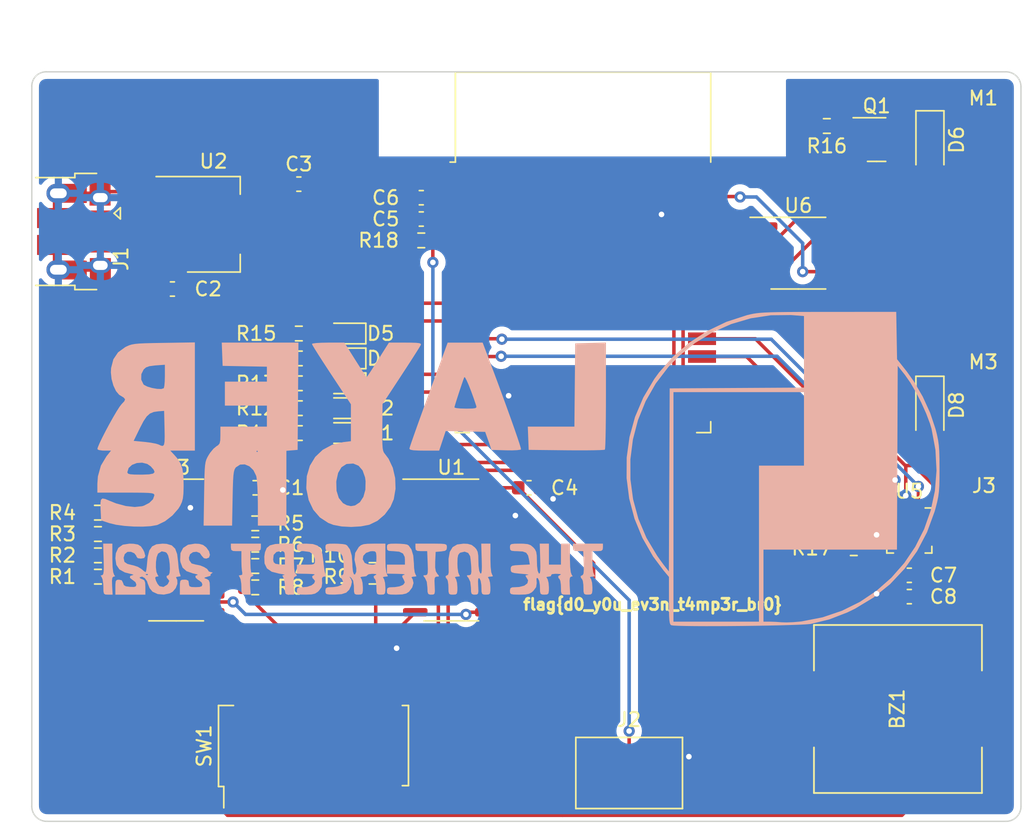
<source format=kicad_pcb>
(kicad_pcb (version 20210228) (generator pcbnew)
  (layers (0 "F.Cu" signal) (31 "B.Cu" signal) (34 "B.Paste" user) (35 "F.Paste" user) (36 "B.SilkS" user "B.Silkscreen") (37 "F.SilkS" user "F.Silkscreen") (38 "B.Mask" user) (39 "F.Mask" user) (44 "Edge.Cuts" user))
  (net 0 "")
  (net 1 "/BUZZ")
  (net 2 "+3V3")
  (net 3 "GND")
  (net 4 "+5V")
  (net 5 "Net-(D1-Pad2)")
  (net 6 "/REDLED")
  (net 7 "Net-(D2-Pad2)")
  (net 8 "/BLUELED")
  (net 9 "Net-(D3-Pad2)")
  (net 10 "/GREENLED")
  (net 11 "Net-(D4-Pad2)")
  (net 12 "/IRLED")
  (net 13 "Net-(D5-Pad2)")
  (net 14 "/UVLED")
  (net 15 "Net-(D6-Pad2)")
  (net 16 "Net-(R17-Pad1)")
  (net 17 "Net-(D8-Pad2)")
  (net 18 "/BOOT")
  (net 19 "/TX")
  (net 20 "/RX")
  (net 21 "Net-(Q1-Pad1)")
  (net 22 "Net-(Q3-Pad1)")
  (net 23 "/DIP0")
  (net 24 "/DIP1")
  (net 25 "/DIP2")
  (net 26 "/DIP3")
  (net 27 "/DIP4")
  (net 28 "/DIP5")
  (net 29 "/DIP6")
  (net 30 "/DIP7")
  (net 31 "/DIP8")
  (net 32 "/DIP9")
  (net 33 "/FAN")
  (net 34 "/AIO")
  (net 35 "/VIBRATOR")
  (net 36 "Net-(U1-Pad9)")
  (net 37 "/CLK")
  (net 38 "/LATCH")
  (net 39 "/MISO")
  (net 40 "/DIN")
  (net 41 "/BCLK")
  (net 42 "/LRCLK")
  (net 43 "/EN")
  (net 44 "Net-(J3-Pad1)")
  (net 45 "Net-(J3-Pad2)")
  (net 46 "Net-(R20-Pad1)")
  (net 47 "/SO")
  (net 48 "/SI")
  (net 49 "/CE")
  (net 50 "/SCK")
  (footprint "Resistor_SMD:R_0603_1608Metric" (layer "F.Cu") (at 95.123 102.616)
    (fp_text reference "R14")
    (fp_text value "10k")
  )
  (footprint "Connector_USB:USB_Micro-B_Amphenol_10103594-0001LF_Horizontal" (layer "F.Cu") (at 79.058 93.575 -90)
    (fp_text reference "J1")
    (fp_text value "USB_B_Micro")
  )
  (footprint "blinken:10dip" (layer "F.Cu") (at 96.169446 130.274112 90)
    (fp_text reference "SW1")
    (fp_text value "SW_DIP_x10")
  )
  (footprint "Capacitor_SMD:C_0603_1608Metric" (layer "F.Cu") (at 103.87 91.136 180)
    (fp_text reference "C6")
    (fp_text value "0.1uF")
  )
  (footprint "Resistor_SMD:R_0603_1608Metric" (layer "F.Cu") (at 80.771422 113.637112)
    (fp_text reference "R4")
    (fp_text value "10k")
  )
  (footprint "Diode_SMD:D_SOD-123F" (layer "F.Cu") (at 140.208 87.1265 -90)
    (fp_text reference "D6")
    (fp_text value "SM4001")
  )
  (footprint "Capacitor_SMD:C_0603_1608Metric" (layer "F.Cu") (at 103.87 92.66 180)
    (fp_text reference "C5")
    (fp_text value "0.1uF")
  )
  (footprint "Package_TO_SOT_SMD:SOT-223-3_TabPin2" (layer "F.Cu") (at 89.027 93.036)
    (fp_text reference "U2")
    (fp_text value "LM1117-3.3")
  )
  (footprint "Resistor_SMD:R_0603_1608Metric" (layer "F.Cu") (at 95.123 100.838)
    (fp_text reference "R15")
    (fp_text value "10k")
  )
  (footprint "Resistor_SMD:R_0603_1608Metric" (layer "F.Cu") (at 132.711 105.3594 180)
    (fp_text reference "R19")
    (fp_text value "270")
  )
  (footprint "Resistor_SMD:R_0603_1608Metric" (layer "F.Cu") (at 103.87 94.184)
    (fp_text reference "R18")
    (fp_text value "10k")
  )
  (footprint "LED_SMD:LED_0603_1608Metric" (layer "F.Cu") (at 98.425 107.95 180)
    (fp_text reference "D1")
    (fp_text value "LED")
  )
  (footprint "Resistor_SMD:R_0603_1608Metric" (layer "F.Cu") (at 100.391469 116.685112)
    (fp_text reference "R10")
    (fp_text value "10k")
  )
  (footprint "Resistor_SMD:R_0603_1608Metric" (layer "F.Cu") (at 132.842 86.012 180)
    (fp_text reference "R16")
    (fp_text value "270")
  )
  (footprint "Capacitor_SMD:C_0603_1608Metric" (layer "F.Cu") (at 111.567469 111.859112)
    (fp_text reference "C4")
    (fp_text value "0.1uF")
  )
  (footprint "Package_TO_SOT_SMD:SOT-23" (layer "F.Cu") (at 136.398 86.982)
    (fp_text reference "Q1")
    (fp_text value "MMBT2222A")
  )
  (footprint "Resistor_SMD:R_0603_1608Metric" (layer "F.Cu") (at 92.009469 118.971112 180)
    (fp_text reference "R8")
    (fp_text value "10k")
  )
  (footprint "Resistor_SMD:R_0603_1608Metric" (layer "F.Cu") (at 92.009469 117.447112 180)
    (fp_text reference "R7")
    (fp_text value "10k")
  )
  (footprint "blinken:programming-pins" (layer "F.Cu") (at 118.7196 132.2324)
    (fp_text reference "J2")
    (fp_text value "Conn_01x06_Male")
  )
  (footprint "Capacitor_SMD:C_0603_1608Metric" (layer "F.Cu") (at 138.7348 119.634 180)
    (fp_text reference "C8")
    (fp_text value "0.1uF")
  )
  (footprint "RF_Module:ESP32-WROOM-32" (layer "F.Cu") (at 115.427 98.037)
    (fp_text reference "U4")
    (fp_text value "ESP32-WROOM-32")
  )
  (footprint "Resistor_SMD:R_0603_1608Metric" (layer "F.Cu") (at 134.7672 114.1424 180)
    (fp_text reference "R20")
    (fp_text value "100k")
  )
  (footprint "Resistor_SMD:R_0603_1608Metric" (layer "F.Cu") (at 80.771422 116.685112)
    (fp_text reference "R2")
    (fp_text value "10k")
  )
  (footprint "Capacitor_SMD:C_0603_1608Metric" (layer "F.Cu") (at 86.093 97.659)
    (fp_text reference "C2")
    (fp_text value "10uF")
  )
  (footprint "LED_SMD:LED_0603_1608Metric" (layer "F.Cu") (at 98.425 102.616 180)
    (fp_text reference "D4")
    (fp_text value "LED")
  )
  (footprint "LED_SMD:LED_0603_1608Metric" (layer "F.Cu") (at 98.425 100.838 180)
    (fp_text reference "D5")
    (fp_text value "LED")
  )
  (footprint "Package_TO_SOT_SMD:SOT-23" (layer "F.Cu") (at 136.394 106.3294)
    (fp_text reference "Q3")
    (fp_text value "MMBT2222A")
  )
  (footprint "Resistor_SMD:R_0603_1608Metric" (layer "F.Cu") (at 100.391469 118.209112)
    (fp_text reference "R9")
    (fp_text value "10k")
  )
  (footprint "blinken:pads1x2" (layer "F.Cu") (at 144.0688 115.0112 -90)
    (fp_text reference "J3")
    (fp_text value "Conn_01x02_Male")
  )
  (footprint "Capacitor_SMD:C_0603_1608Metric" (layer "F.Cu") (at 95.123 90.166)
    (fp_text reference "C3")
    (fp_text value "10uF")
  )
  (footprint "Package_SO:SOIC-8_3.9x4.9mm_P1.27mm" (layer "F.Cu") (at 130.81 95.0976)
    (fp_text reference "U6")
    (fp_text value "SST25VF080B-50-4x-S2Ax")
  )
  (footprint "blinken:pads1x2" (layer "F.Cu") (at 144.018 106.1212 -90)
    (fp_text reference "M3")
    (fp_text value "Vibrator")
  )
  (footprint "Package_DFN_QFN:TQFN-16-1EP_3x3mm_P0.5mm_EP1.23x1.23mm" (layer "F.Cu") (at 138.7348 114.9096)
    (fp_text reference "U5")
    (fp_text value "MAX98357AETE")
  )
  (footprint "LED_SMD:LED_0603_1608Metric" (layer "F.Cu") (at 98.425 104.394 180)
    (fp_text reference "D3")
    (fp_text value "LED")
  )
  (footprint "blinken:pads1x2" (layer "F.Cu") (at 144.018 87.1728 -90)
    (fp_text reference "M1")
    (fp_text value "Fan")
  )
  (footprint "Resistor_SMD:R_0603_1608Metric" (layer "F.Cu") (at 95.123 107.95)
    (fp_text reference "R11")
    (fp_text value "10k")
  )
  (footprint "Capacitor_SMD:C_0603_1608Metric" (layer "F.Cu") (at 91.996469 111.859112)
    (fp_text reference "C1")
    (fp_text value "0.1uF")
  )
  (footprint "Diode_SMD:D_SOD-123F" (layer "F.Cu") (at 140.204 106.0929 -90)
    (fp_text reference "D8")
    (fp_text value "SM4001")
  )
  (footprint "Resistor_SMD:R_0603_1608Metric" (layer "F.Cu") (at 80.771422 115.161112)
    (fp_text reference "R3")
    (fp_text value "10k")
  )
  (footprint "Resistor_SMD:R_0603_1608Metric" (layer "F.Cu") (at 95.123 104.394)
    (fp_text reference "R13")
    (fp_text value "10k")
  )
  (footprint "Capacitor_SMD:C_0603_1608Metric" (layer "F.Cu") (at 138.7348 118.11 180)
    (fp_text reference "C7")
    (fp_text value "10uF")
  )
  (footprint "Resistor_SMD:R_0603_1608Metric" (layer "F.Cu") (at 95.123 106.172)
    (fp_text reference "R12")
    (fp_text value "10k")
  )
  (footprint "blinken:XDCR_CPT-1203-78-SMT-TR" (layer "F.Cu") (at 137.922 127.6604 -90)
    (fp_text reference "BZ1")
    (fp_text value "Buzzer")
  )
  (footprint "Resistor_SMD:R_0603_1608Metric" (layer "F.Cu") (at 92.009469 115.923112 180)
    (fp_text reference "R6")
    (fp_text value "10k")
  )
  (footprint "Resistor_SMD:R_0603_1608Metric" (layer "F.Cu") (at 134.7672 116.1744 180)
    (fp_text reference "R17")
    (fp_text value "1M")
  )
  (footprint "Package_SO:SO-16_3.9x9.9mm_P1.27mm" (layer "F.Cu") (at 106.014469 116.304112)
    (fp_text reference "U1")
    (fp_text value "74HC165")
  )
  (footprint "Resistor_SMD:R_0603_1608Metric" (layer "F.Cu") (at 80.771422 118.209112)
    (fp_text reference "R1")
    (fp_text value "10k")
  )
  (footprint "LED_SMD:LED_0603_1608Metric" (layer "F.Cu") (at 98.425 106.172 180)
    (fp_text reference "D2")
    (fp_text value "LED")
  )
  (footprint "Resistor_SMD:R_0603_1608Metric" (layer "F.Cu") (at 92.009469 114.399112 180)
    (fp_text reference "R5")
    (fp_text value "10k")
  )
  (footprint "Package_SO:SO-16_3.9x9.9mm_P1.27mm" (layer "F.Cu") (at 86.359422 116.304112)
    (fp_text reference "U3")
    (fp_text value "74HC165")
  )
  (footprint "blinken:logo" (layer "B.Cu") (at 110.8456 110.49 180)
    (fp_text reference "G***" hide)
    (fp_text value "LOGO" hide)
  )
  (gr_arc (start 145.6436 134.62) (end 145.6436 135.6868) (angle -90) (layer "Edge.Cuts") (width 0.1))
  (gr_line (start 76.0476 134.62) (end 76.0476 83.1596) (layer "Edge.Cuts") (width 0.1))
  (gr_line (start 146.7104 83.2104) (end 146.7104 134.62) (layer "Edge.Cuts") (width 0.1))
  (gr_line (start 77.0636 82.1436) (end 145.6436 82.1436) (layer "Edge.Cuts") (width 0.1))
  (gr_arc (start 145.6436 83.2104) (end 145.6436 82.1436) (angle 90) (layer "Edge.Cuts") (width 0.1))
  (gr_line (start 145.6436 135.6868) (end 77.1144 135.6868) (layer "Edge.Cuts") (width 0.1))
  (gr_arc (start 77.1144 134.62) (end 77.1144 135.6868) (angle 90) (layer "Edge.Cuts") (width 0.1))
  (gr_arc (start 77.0636 83.1596) (end 77.0636 82.1436) (angle -90) (layer "Edge.Cuts") (width 0.1))
  (gr_text "flag{d0_y0u_ev3n_t4mp3r_br0}" (at 120.396 120.1928) (layer "F.SilkS") (effects (font (size 0.8 0.8) (thickness 0.2))))
  (segment (start 132.447 110.0836) (end 132.447 127.6604) (width 0.25) (layer "F.Cu") (net 1))
  (segment (start 123.927 105.022) (end 127.3854 105.022) (width 0.25) (layer "F.Cu") (net 1))
  (segment (start 127.3854 105.022) (end 132.447 110.0836) (width 0.25) (layer "F.Cu") (net 1))
  (segment (start 139.515 119.8668) (end 143.397 123.7488) (width 0.25) (layer "F.Cu") (net 2))
  (segment (start 92.177 93.036) (end 94.348 90.865) (width 0.25) (layer "F.Cu") (net 2))
  (segment (start 145.796 90.0176) (end 145.796 103.0732) (width 0.25) (layer "F.Cu") (net 2))
  (segment (start 129.941011 89.006989) (end 130.683 88.265) (width 0.25) (layer "F.Cu") (net 2))
  (segment (start 104.645 91.136) (end 106.843 91.136) (width 0.25) (layer "F.Cu") (net 2))
  (segment (start 143.397 130.0594) (end 143.397 127.6604) (width 0.25) (layer "F.Cu") (net 2))
  (segment (start 113.9698 133.1722) (end 116.1796 130.9624) (width 0.25) (layer "F.Cu") (net 2))
  (segment (start 130.81 84.709) (end 139.1905 84.709) (width 0.25) (layer "F.Cu") (net 2))
  (segment (start 116.1796 130.9624) (end 116.1796 117.246243) (width 0.25) (layer "F.Cu") (net 2))
  (segment (start 139.5098 119.634) (end 139.5098 118.11) (width 0.25) (layer "F.Cu") (net 2))
  (segment (start 101.256868 113.754132) (end 93.479449 113.754132) (width 0.25) (layer "F.Cu") (net 2))
  (segment (start 113.9698 135.255) (end 138.2014 135.255) (width 0.25) (layer "F.Cu") (net 2))
  (segment (start 94.298 100.838) (end 94.298 107.95) (width 0.25) (layer "F.Cu") (net 2))
  (segment (start 90.025314 135.255) (end 113.9698 135.255) (width 0.25) (layer "F.Cu") (net 2))
  (segment (start 103.87 91.911) (end 103.87 93.359) (width 0.25) (layer "F.Cu") (net 2))
  (segment (start 99.566469 116.685112) (end 99.566469 118.209112) (width 0.25) (layer "F.Cu") (net 2))
  (segment (start 145.243811 105.975411) (end 145.243811 121.901989) (width 0.25) (layer "F.Cu") (net 2))
  (segment (start 90.025314 135.255) (end 79.946422 125.176108) (width 0.25) (layer "F.Cu") (net 2))
  (segment (start 138.1382 121.0056) (end 136.6012 121.0056) (width 0.25) (layer "F.Cu") (net 2))
  (segment (start 142.5956 93.218) (end 145.796 90.0176) (width 0.25) (layer "F.Cu") (net 2))
  (segment (start 92.834469 113.472112) (end 91.221469 111.859112) (width 0.25) (layer "F.Cu") (net 2))
  (segment (start 94.348 90.166) (end 94.348 100.788) (width 0.25) (layer "F.Cu") (net 2))
  (segment (start 88.934422 111.859112) (end 91.221469 111.859112) (width 0.25) (layer "F.Cu") (net 2))
  (segment (start 85.877 93.036) (end 92.177 93.036) (width 0.25) (layer "F.Cu") (net 2))
  (segment (start 144.0688 104.8004) (end 145.243811 105.975411) (width 0.25) (layer "F.Cu") (net 2))
  (segment (start 104.361229 113.754132) (end 101.256868 113.754132) (width 0.25) (layer "F.Cu") (net 2))
  (segment (start 93.479449 113.754132) (end 92.834469 114.399112) (width 0.25) (layer "F.Cu") (net 2))
  (segment (start 136.6012 121.0056) (end 134.66722 119.07162) (width 0.25) (layer "F.Cu") (net 2))
  (segment (start 145.796 87.5612) (end 145.796 90.0176) (width 0.25) (layer "F.Cu") (net 2))
  (segment (start 92.834469 114.399112) (end 92.834469 113.472112) (width 0.25) (layer "F.Cu") (net 2))
  (segment (start 144.0688 85.834) (end 145.796 87.5612) (width 0.25) (layer "F.Cu") (net 2))
  (segment (start 108.589469 111.859112) (end 110.792469 111.859112) (width 0.25) (layer "F.Cu") (net 2))
  (segment (start 104.645 91.136) (end 103.87 91.911) (width 0.25) (layer "F.Cu") (net 2))
  (segment (start 103.87 93.359) (end 103.045 94.184) (width 0.25) (layer "F.Cu") (net 2))
  (segment (start 139.4848 116.3471) (end 138.9848 116.3471) (width 0.25) (layer "F.Cu") (net 2))
  (segment (start 94.348 90.166) (end 98.366 94.184) (width 0.25) (layer "F.Cu") (net 2))
  (segment (start 130.683 84.836) (end 130.81 84.709) (width 0.25) (layer "F.Cu") (net 2))
  (segment (start 139.5098 119.634) (end 138.1382 121.0056) (width 0.25) (layer "F.Cu") (net 2))
  (segment (start 110.792469 111.859112) (end 116.1796 117.246243) (width 0.25) (layer "F.Cu") (net 2))
  (segment (start 140.204 104.6929) (end 143.9613 104.6929) (width 0.25) (layer "F.Cu") (net 2))
  (segment (start 139.1905 84.709) (end 140.208 85.7265) (width 0.25) (layer "F.Cu") (net 2))
  (segment (start 106.927 91.052) (end 120.62198 91.052) (width 0.25) (layer "F.Cu") (net 2))
  (segment (start 134.2644 93.218) (end 142.5956 93.218) (width 0.25) (layer "F.Cu") (net 2))
  (segment (start 108.589469 111.859112) (end 106.256249 111.859112) (width 0.25) (layer "F.Cu") (net 2))
  (segment (start 139.5098 116.3721) (end 139.4848 116.3471) (width 0.25) (layer "F.Cu") (net 2))
  (segment (start 134.66722 114.86742) (end 133.9422 114.1424) (width 0.25) (layer "F.Cu") (net 2))
  (segment (start 99.566469 116.685112) (end 99.566469 115.444531) (width 0.25) (layer "F.Cu") (net 2))
  (segment (start 120.62198 91.052) (end 122.666991 89.006989) (width 0.25) (layer "F.Cu") (net 2))
  (segment (start 145.243811 121.901989) (end 143.397 123.7488) (width 0.25) (layer "F.Cu") (net 2))
  (segment (start 143.397 123.7488) (end 143.397 127.6604) (width 0.25) (layer "F.Cu") (net 2))
  (segment (start 122.666991 89.006989) (end 129.941011 89.006989) (width 0.25) (layer "F.Cu") (net 2))
  (segment (start 145.796 103.0732) (end 144.0688 104.8004) (width 0.25) (layer "F.Cu") (net 2))
  (segment (start 139.5098 118.11) (end 139.5098 116.3721) (width 0.25) (layer "F.Cu") (net 2))
  (segment (start 79.946422 125.176108) (end 79.946422 118.209112) (width 0.25) (layer "F.Cu") (net 2))
  (segment (start 98.366 94.184) (end 103.045 94.184) (width 0.25) (layer "F.Cu") (net 2))
  (segment (start 113.9698 135.255) (end 113.9698 133.1722) (width 0.25) (layer "F.Cu") (net 2))
  (segment (start 140.208 85.7265) (end 143.9613 85.7265) (width 0.25) (layer "F.Cu") (net 2))
  (segment (start 134.66722 119.07162) (end 134.66722 114.86742) (width 0.25) (layer "F.Cu") (net 2))
  (segment (start 99.566469 115.444531) (end 101.256868 113.754132) (width 0.25) (layer "F.Cu") (net 2))
  (segment (start 92.834469 118.971112) (end 92.834469 114.399112) (width 0.25) (layer "F.Cu") (net 2))
  (segment (start 130.683 88.265) (end 130.683 84.836) (width 0.25) (layer "F.Cu") (net 2))
  (segment (start 106.256249 111.859112) (end 104.361229 113.754132) (width 0.25) (layer "F.Cu") (net 2))
  (segment (start 79.946422 113.637112) (end 79.946422 118.209112) (width 0.25) (layer "F.Cu") (net 2))
  (segment (start 138.2014 135.255) (end 143.397 130.0594) (width 0.25) (layer "F.Cu") (net 2))
  (segment (start 139.07345 110.26985) (end 141.8844 113.0808) (width 0.25) (layer "F.Cu") (net 3))
  (segment (start 132.1816 93.8276) (end 135.24678 93.8276) (width 0.25) (layer "F.Cu") (net 3))
  (segment (start 87.63 88.646) (end 94.378 88.646) (width 0.25) (layer "F.Cu") (net 3))
  (segment (start 78.873 90.82) (end 80.633 90.82) (width 0.25) (layer "F.Cu") (net 3))
  (segment (start 138.4848 112.4244) (end 138.4808 112.4204) (width 0.25) (layer "F.Cu") (net 3))
  (segment (start 138.4808 110.3037) (end 138.4808 112.4204) (width 0.25) (layer "F.Cu") (net 3))
  (segment (start 102.108 123.19) (end 102.108 123.317) (width 0.25) (layer "F.Cu") (net 3))
  (segment (start 141.1184 114.6596) (end 141.8844 113.8936) (width 0.25) (layer "F.Cu") (net 3))
  (segment (start 98.392 92.66) (end 95.898 90.166) (width 0.25) (layer "F.Cu") (net 3))
  (segment (start 121.2596 133.5024) (end 122.9868 131.7752) (width 0.25) (layer "F.Cu") (net 3))
  (segment (start 80.943 98.215) (end 81.788 99.06) (width 0.25) (layer "F.Cu") (net 3))
  (segment (start 108.589469 113.129112) (end 109.877912 113.129112) (width 0.25) (layer "F.Cu") (net 3))
  (segment (start 104.548888 134.084112) (end 101.884446 134.084112) (width 0.25) (layer "F.Cu") (net 3))
  (segment (start 85.877 90.399) (end 87.63 88.646) (width 0.25) (layer "F.Cu") (net 3))
  (segment (start 80.923 90.7) (end 85.841 90.7) (width 0.25) (layer "F.Cu") (net 3))
  (segment (start 138.4848 113.4721) (end 138.4848 112.4244) (width 0.25) (layer "F.Cu") (net 3))
  (segment (start 103.439469 120.749112) (end 102.108 122.080581) (width 0.25) (layer "F.Cu") (net 3))
  (segment (start 109.712 107.292) (end 109.712 105.68) (width 0.25) (layer "F.Cu") (net 3))
  (segment (start 137.9598 119.634) (end 137.9598 118.11) (width 0.25) (layer "F.Cu") (net 3))
  (segment (start 83.784422 127.726422) (end 83.784422 120.749112) (width 0.25) (layer "F.Cu") (net 3))
  (segment (start 135.4565 107.2794) (end 138.44695 110.26985) (width 0.25) (layer "F.Cu") (net 3))
  (segment (start 109.712 105.68) (end 110.109 105.283) (width 0.25) (layer "F.Cu") (net 3))
  (segment (start 103.095 91.136) (end 103.095 92.66) (width 0.25) (layer "F.Cu") (net 3))
  (segment (start 116.077999 97.282) (end 121.031001 92.328998) (width 0.25) (layer "F.Cu") (net 3))
  (segment (start 136.51902 95.09984) (end 136.51902 105.72616) (width 0.25) (layer "F.Cu") (net 3))
  (segment (start 80.943 94.97) (end 80.823 94.85) (width 0.25) (layer "F.Cu") (net 3))
  (segment (start 135.24678 93.8276) (end 136.51902 95.09984) (width 0.25) (layer "F.Cu") (net 3))
  (segment (start 105.791 115.052581) (end 105.791 132.842) (width 0.25) (layer "F.Cu") (net 3))
  (segment (start 103.095 91.136) (end 104.449 89.782) (width 0.25) (layer "F.Cu") (net 3))
  (segment (start 90.142112 134.084112) (end 83.784422 127.726422) (width 0.25) (layer "F.Cu") (net 3))
  (segment (start 93.825112 111.859112) (end 93.98 112.014) (width 0.25) (layer "F.Cu") (net 3))
  (segment (start 136.454616 115.1596) (end 136.394731 115.219485) (width 0.25) (layer "F.Cu") (net 3))
  (segment (start 87.530888 113.129112) (end 87.376 113.284) (width 0.25) (layer "F.Cu") (net 3))
  (segment (start 81.788 99.06) (end 85.979 99.06) (width 0.25) (layer "F.Cu") (net 3))
  (segment (start 135.4605 87.44772) (end 135.4605 87.932) (width 0.25) (layer "F.Cu") (net 3))
  (segment (start 122.677 89.782) (end 121.031 91.428) (width 0.25) (layer "F.Cu") (net 3))
  (segment (start 130.436 89.782) (end 131.29198 88.92602) (width 0.25) (layer "F.Cu") (net 3))
  (segment (start 109.877912 113.129112) (end 110.5916 113.8428) (width 0.25) (layer "F.Cu") (net 3))
  (segment (start 132.1816 93.8276) (end 129.0066 97.0026) (width 0.25) (layer "F.Cu") (net 3))
  (segment (start 80.943 95.97) (end 80.943 94.97) (width 0.25) (layer "F.Cu") (net 3))
  (segment (start 131.7244 92.8116) (end 131.7244 93.3704) (width 0.25) (layer "F.Cu") (net 3))
  (segment (start 138.44695 110.26985) (end 139.07345 110.26985) (width 0.25) (layer "F.Cu") (net 3))
  (segment (start 135.4565 106.78868) (end 135.4565 107.2794) (width 0.25) (layer "F.Cu") (net 3))
  (segment (start 94.378 88.646) (end 95.898 90.166) (width 0.25) (layer "F.Cu") (net 3))
  (segment (start 77.673 94.51) (end 77.673 96.01) (width 0.25) (layer "F.Cu") (net 3))
  (segment (start 108.589469 113.129112) (end 107.714469 113.129112) (width 0.25) (layer "F.Cu") (net 3))
  (segment (start 106.927 89.782) (end 104.449 89.782) (width 0.25) (layer "F.Cu") (net 3))
  (segment (start 136.779 86.12922) (end 135.4605 87.44772) (width 0.25) (layer "F.Cu") (net 3))
  (segment (start 137.9598 119.634) (end 136.6012 119.634) (width 0.25) (layer "F.Cu") (net 3))
  (segment (start 107.714469 113.129112) (end 105.791 115.052581) (width 0.25) (layer "F.Cu") (net 3))
  (segment (start 88.934422 113.129112) (end 87.530888 113.129112) (width 0.25) (layer "F.Cu") (net 3))
  (segment (start 138.44695 110.26985) (end 138.4808 110.3037) (width 0.25) (layer "F.Cu") (net 3))
  (segment (start 80.943 96.45) (end 80.943 98.215) (width 0.25) (layer "F.Cu") (net 3))
  (segment (start 92.771469 111.859112) (end 93.825112 111.859112) (width 0.25) (layer "F.Cu") (net 3))
  (segment (start 103.095 92.66) (end 98.392 92.66) (width 0.25) (layer "F.Cu") (net 3))
  (segment (start 121.031 91.428) (end 121.031 92.329) (width 0.25) (layer "F.Cu") (net 3))
  (segment (start 85.979 99.06) (end 86.868 98.171) (width 0.25) (layer "F.Cu") (net 3))
  (segment (start 78.873 96.3) (end 80.613 96.3) (width 0.25) (layer "F.Cu") (net 3))
  (segment (start 90.454446 134.084112) (end 90.142112 134.084112) (width 0.25) (layer "F.Cu") (net 3))
  (segment (start 135.4605 87.932) (end 135.4605 89.0755) (width 0.25) (layer "F.Cu") (net 3))
  (segment (start 140.1723 114.6596) (end 141.1184 114.6596) (width 0.25) (layer "F.Cu") (net 3))
  (segment (start 112.494112 111.859112) (end 113.284 112.649) (width 0.25) (layer "F.Cu") (net 3))
  (segment (start 137.2973 115.1596) (end 136.454616 115.1596) (width 0.25) (layer "F.Cu") (net 3))
  (segment (start 86.868 98.171) (end 86.868 97.659) (width 0.25) (layer "F.Cu") (net 3))
  (segment (start 122.9868 131.7752) (end 122.9868 131.064) (width 0.25) (layer "F.Cu") (net 3))
  (segment (start 136.6012 119.634) (end 136.398 119.4308) (width 0.25) (layer "F.Cu") (net 3))
  (segment (start 123.927 89.782) (end 130.436 89.782) (width 0.25) (layer "F.Cu") (net 3))
  (segment (start 141.8844 113.0808) (end 141.8844 113.8936) (width 0.25) (layer "F.Cu") (net 3))
  (segment (start 123.927 89.782) (end 122.677 89.782) (width 0.25) (layer "F.Cu") (net 3))
  (segment (start 136.51902 105.72616) (end 135.4565 106.78868) (width 0.25) (layer "F.Cu") (net 3))
  (segment (start 136.779 85.598) (end 136.779 86.12922) (width 0.25) (layer "F.Cu") (net 3))
  (segment (start 136.39298 85.21198) (end 136.779 85.598) (width 0.25) (layer "F.Cu") (net 3))
  (segment (start 105.791 132.842) (end 104.548888 134.084112) (width 0.25) (layer "F.Cu") (net 3))
  (segment (start 90.454446 134.084112) (end 101.884446 134.084112) (width 0.25) (layer "F.Cu") (net 3))
  (segment (start 131.7244 93.3704) (end 132.1816 93.8276) (width 0.25) (layer "F.Cu") (net 3))
  (segment (start 131.32302 85.21198) (end 136.39298 85.21198) (width 0.25) (layer "F.Cu") (net 3))
  (segment (start 131.29198 88.92602) (end 131.29198 85.24302) (width 0.25) (layer "F.Cu") (net 3))
  (segment (start 131.29198 85.24302) (end 131.32302 85.21198) (width 0.25) (layer "F.Cu") (net 3))
  (segment (start 102.108 122.080581) (end 102.108 123.19) (width 0.25) (layer "F.Cu") (net 3))
  (segment (start 135.4605 89.0755) (end 131.7244 92.8116) (width 0.25) (layer "F.Cu") (net 3))
  (segment (start 77.673 92.59) (end 77.673 91.09) (width 0.25) (layer "F.Cu") (net 3))
  (via (at 87.376 113.284) (size 0.8) (drill 0.4) (layers "F.Cu" "B.Cu") (net 3))
  (via (at 121.031 92.329) (size 0.8) (drill 0.4) (layers "F.Cu" "B.Cu") (net 3))
  (via (at 110.109 105.283) (size 0.8) (drill 0.4) (layers "F.Cu" "B.Cu") (net 3))
  (via (at 110.5916 113.8428) (size 0.8) (drill 0.4) (layers "F.Cu" "B.Cu") (net 3))
  (via (at 136.398 119.4308) (size 0.8) (drill 0.4) (layers "F.Cu" "B.Cu") (net 3))
  (via (at 122.9868 131.064) (size 0.8) (drill 0.4) (layers "F.Cu" "B.Cu") (net 3))
  (via (at 138.4808 112.4204) (size 0.8) (drill 0.4) (layers "F.Cu" "B.Cu") (net 3))
  (via (at 102.108 123.317) (size 0.8) (drill 0.4) (layers "F.Cu" "B.Cu") (net 3))
  (via (at 113.284 112.649) (size 0.8) (drill 0.4) (layers "F.Cu" "B.Cu") (net 3))
  (via (at 93.98 112.014) (size 0.8) (drill 0.4) (layers "F.Cu" "B.Cu") (net 3))
  (via (at 136.394731 115.219485) (size 0.8) (drill 0.4) (layers "F.Cu" "B.Cu") (net 3))
  (segment (start 80.823 92.25) (end 82.791 92.25) (width 0.25) (layer "F.Cu") (net 4))
  (segment (start 85.877 97.1) (end 85.318 97.659) (width 0.25) (layer "F.Cu") (net 4))
  (segment (start 85.877 95.336) (end 85.877 97.1) (width 0.25) (layer "F.Cu") (net 4))
  (segment (start 82.791 92.25) (end 85.877 95.336) (width 0.25) (layer "F.Cu") (net 4))
  (segment (start 95.948 107.95) (end 97.6375 107.95) (width 0.25) (layer "F.Cu") (net 5))
  (segment (start 105.269 107.95) (end 106.927 106.292) (width 0.25) (layer "F.Cu") (net 6))
  (segment (start 99.2125 107.95) (end 105.269 107.95) (width 0.25) (layer "F.Cu") (net 6))
  (segment (start 95.948 106.172) (end 97.6375 106.172) (width 0.25) (layer "F.Cu") (net 7))
  (segment (start 99.2125 106.172) (end 100.3625 105.022) (width 0.25) (layer "F.Cu") (net 8))
  (segment (start 100.3625 105.022) (end 106.927 105.022) (width 0.25) (layer "F.Cu") (net 8))
  (segment (start 95.948 104.394) (end 97.6375 104.394) (width 0.25) (layer "F.Cu") (net 9))
  (segment (start 99.2125 104.394) (end 99.8545 103.752) (width 0.25) (layer "F.Cu") (net 10))
  (segment (start 99.8545 103.752) (end 106.927 103.752) (width 0.25) (layer "F.Cu") (net 10))
  (segment (start 95.948 102.616) (end 97.6375 102.616) (width 0.25) (layer "F.Cu") (net 11))
  (segment (start 101.8865 99.942) (end 106.927 99.942) (width 0.25) (layer "F.Cu") (net 12))
  (segment (start 99.2125 102.616) (end 101.8865 99.942) (width 0.25) (layer "F.Cu") (net 12))
  (segment (start 95.948 100.838) (end 97.6375 100.838) (width 0.25) (layer "F.Cu") (net 13))
  (segment (start 101.3785 98.672) (end 106.927 98.672) (width 0.25) (layer "F.Cu") (net 14))
  (segment (start 99.2125 100.838) (end 101.3785 98.672) (width 0.25) (layer "F.Cu") (net 14))
  (segment (start 138.88 88.5265) (end 137.3355 86.982) (width 0.25) (layer "F.Cu") (net 15))
  (segment (start 140.208 88.5265) (end 138.88 88.5265) (width 0.25) (layer "F.Cu") (net 15))
  (segment (start 140.208 88.5265) (end 143.9163 88.5265) (width 0.25) (layer "F.Cu") (net 15))
  (segment (start 135.5922 116.1744) (end 136.7825 116.1744) (width 0.25) (layer "F.Cu") (net 16))
  (segment (start 136.7825 116.1744) (end 137.2973 115.6596) (width 0.25) (layer "F.Cu") (net 16))
  (segment (start 140.204 107.4929) (end 138.495 107.4929) (width 0.25) (layer "F.Cu") (net 17))
  (segment (start 140.204 107.4929) (end 143.9163 107.4929) (width 0.25) (layer "F.Cu") (net 17))
  (segment (start 138.495 107.4929) (end 137.3315 106.3294) (width 0.25) (layer "F.Cu") (net 17))
  (segment (start 122.2248 134.7216) (end 119.9388 134.7216) (width 0.25) (layer "F.Cu") (net 18))
  (segment (start 123.927 133.0194) (end 122.2248 134.7216) (width 0.25) (layer "F.Cu") (net 18))
  (segment (start 119.9388 134.7216) (end 118.7196 133.5024) (width 0.25) (layer "F.Cu") (net 18))
  (segment (start 123.927 106.292) (end 123.927 133.0194) (width 0.25) (layer "F.Cu") (net 18))
  (segment (start 119.9896 129.3876) (end 121.917002 127.460198) (width 0.25) (layer "F.Cu") (net 19))
  (segment (start 121.917002 127.460198) (end 121.917002 94.836978) (width 0.25) (layer "F.Cu") (net 19))
  (segment (start 116.1796 133.5024) (end 117.3988 132.2832) (width 0.25) (layer "F.Cu") (net 19))
  (segment (start 119.4308 132.2832) (end 119.9896 131.7244) (width 0.25) (layer "F.Cu") (net 19))
  (segment (start 117.3988 132.2832) (end 119.4308 132.2832) (width 0.25) (layer "F.Cu") (net 19))
  (segment (start 119.9896 131.7244) (end 119.9896 129.3876) (width 0.25) (layer "F.Cu") (net 19))
  (segment (start 121.917002 94.836978) (end 123.16198 93.592) (width 0.25) (layer "F.Cu") (net 19))
  (segment (start 121.2596 130.9624) (end 122.573211 129.648789) (width 0.25) (layer "F.Cu") (net 20))
  (segment (start 122.677 94.862) (end 123.927 94.862) (width 0.25) (layer "F.Cu") (net 20))
  (segment (start 122.573211 94.965789) (end 122.677 94.862) (width 0.25) (layer "F.Cu") (net 20))
  (segment (start 122.573211 129.648789) (end 122.573211 94.965789) (width 0.25) (layer "F.Cu") (net 20))
  (segment (start 133.667 86.012) (end 135.4405 86.012) (width 0.25) (layer "F.Cu") (net 21))
  (segment (start 133.536 105.3594) (end 135.4365 105.3594) (width 0.25) (layer "F.Cu") (net 22))
  (segment (start 84.991403 118.541093) (end 84.659422 118.209112) (width 0.25) (layer "F.Cu") (net 23))
  (segment (start 90.454446 126.464112) (end 88.618112 126.464112) (width 0.25) (layer "F.Cu") (net 23))
  (segment (start 88.618112 126.464112) (end 84.991403 122.837403) (width 0.25) (layer "F.Cu") (net 23))
  (segment (start 81.596422 118.209112) (end 83.784422 118.209112) (width 0.25) (layer "F.Cu") (net 23))
  (segment (start 84.991403 122.837403) (end 84.991403 118.541093) (width 0.25) (layer "F.Cu") (net 23))
  (segment (start 84.659422 118.209112) (end 83.784422 118.209112) (width 0.25) (layer "F.Cu") (net 23))
  (segment (start 84.659422 116.939112) (end 83.784422 116.939112) (width 0.25) (layer "F.Cu") (net 24))
  (segment (start 88.92669 125.504101) (end 85.441414 122.018825) (width 0.25) (layer "F.Cu") (net 24))
  (segment (start 91.019435 125.504101) (end 88.92669 125.504101) (width 0.25) (layer "F.Cu") (net 24))
  (segment (start 85.441414 122.018825) (end 85.441414 117.721104) (width 0.25) (layer "F.Cu") (net 24))
  (segment (start 83.530422 116.685112) (end 83.784422 116.939112) (width 0.25) (layer "F.Cu") (net 24))
  (segment (start 81.596422 116.685112) (end 83.530422 116.685112) (width 0.25) (layer "F.Cu") (net 24))
  (segment (start 91.724446 126.209112) (end 91.019435 125.504101) (width 0.25) (layer "F.Cu") (net 24))
  (segment (start 85.441414 117.721104) (end 84.659422 116.939112) (width 0.25) (layer "F.Cu") (net 24))
  (segment (start 89.113093 125.05409) (end 91.839424 125.05409) (width 0.25) (layer "F.Cu") (net 25))
  (segment (start 85.891425 121.832425) (end 85.891425 116.901115) (width 0.25) (layer "F.Cu") (net 25))
  (segment (start 81.596422 115.161112) (end 83.276422 115.161112) (width 0.25) (layer "F.Cu") (net 25))
  (segment (start 84.659422 115.669112) (end 83.784422 115.669112) (width 0.25) (layer "F.Cu") (net 25))
  (segment (start 85.891425 116.901115) (end 84.659422 115.669112) (width 0.25) (layer "F.Cu") (net 25))
  (segment (start 83.276422 115.161112) (end 83.784422 115.669112) (width 0.25) (layer "F.Cu") (net 25))
  (segment (start 91.839424 125.05409) (end 92.994446 126.209112) (width 0.25) (layer "F.Cu") (net 25))
  (segment (start 85.891425 121.832425) (end 89.113093 125.05409) (width 0.25) (layer "F.Cu") (net 25))
  (segment (start 84.659422 114.399112) (end 86.341436 116.081126) (width 0.25) (layer "F.Cu") (net 26))
  (segment (start 81.596422 113.637112) (end 82.358422 114.399112) (width 0.25) (layer "F.Cu") (net 26))
  (segment (start 86.341436 116.081126) (end 86.341436 121.612141) (width 0.25) (layer "F.Cu") (net 26))
  (segment (start 82.358422 114.399112) (end 83.784422 114.399112) (width 0.25) (layer "F.Cu") (net 26))
  (segment (start 92.642334 124.587) (end 94.264446 126.209112) (width 0.25) (layer "F.Cu") (net 26))
  (segment (start 83.784422 114.399112) (end 84.659422 114.399112) (width 0.25) (layer "F.Cu") (net 26))
  (segment (start 86.341436 121.612141) (end 89.316295 124.587) (width 0.25) (layer "F.Cu") (net 26))
  (segment (start 89.316295 124.587) (end 92.642334 124.587) (width 0.25) (layer "F.Cu") (net 26))
  (segment (start 86.791447 115.667087) (end 86.791447 121.425739) (width 0.25) (layer "F.Cu") (net 27))
  (segment (start 88.934422 114.399112) (end 88.059422 114.399112) (width 0.25) (layer "F.Cu") (net 27))
  (segment (start 88.934422 114.399112) (end 91.184469 114.399112) (width 0.25) (layer "F.Cu") (net 27))
  (segment (start 93.404334 124.079) (end 95.534446 126.209112) (width 0.25) (layer "F.Cu") (net 27))
  (segment (start 89.444708 124.079) (end 93.404334 124.079) (width 0.25) (layer "F.Cu") (net 27))
  (segment (start 86.791447 121.425739) (end 89.444708 124.079) (width 0.25) (layer "F.Cu") (net 27))
  (segment (start 88.059422 114.399112) (end 86.791447 115.667087) (width 0.25) (layer "F.Cu") (net 27))
  (segment (start 87.241458 121.239339) (end 89.573119 123.571) (width 0.25) (layer "F.Cu") (net 28))
  (segment (start 88.934422 115.669112) (end 88.059422 115.669112) (width 0.25) (layer "F.Cu") (net 28))
  (segment (start 87.241458 116.487076) (end 87.241458 121.239339) (width 0.25) (layer "F.Cu") (net 28))
  (segment (start 89.573119 123.571) (end 94.166334 123.571) (width 0.25) (layer "F.Cu") (net 28))
  (segment (start 88.059422 115.669112) (end 87.241458 116.487076) (width 0.25) (layer "F.Cu") (net 28))
  (segment (start 94.166334 123.571) (end 96.804446 126.209112) (width 0.25) (layer "F.Cu") (net 28))
  (segment (start 88.934422 115.669112) (end 90.930469 115.669112) (width 0.25) (layer "F.Cu") (net 28))
  (segment (start 88.934422 116.939112) (end 90.676469 116.939112) (width 0.25) (layer "F.Cu") (net 29))
  (segment (start 95.558334 123.063) (end 98.074446 125.579112) (width 0.25) (layer "F.Cu") (net 29))
  (segment (start 87.691469 121.052939) (end 89.70153 123.063) (width 0.25) (layer "F.Cu") (net 29))
  (segment (start 98.074446 125.579112) (end 98.074446 126.464112) (width 0.25) (layer "F.Cu") (net 29))
  (segment (start 87.691469 117.307065) (end 87.691469 121.052939) (width 0.25) (layer "F.Cu") (net 29))
  (segment (start 90.676469 116.939112) (end 91.184469 117.447112) (width 0.25) (layer "F.Cu") (net 29))
  (segment (start 88.934422 116.939112) (end 88.059422 116.939112) (width 0.25) (layer "F.Cu") (net 29))
  (segment (start 89.70153 123.063) (end 95.558334 123.063) (width 0.25) (layer "F.Cu") (net 29))
  (segment (start 88.059422 116.939112) (end 87.691469 117.307065) (width 0.25) (layer "F.Cu") (net 29))
  (segment (start 90.422469 118.209112) (end 91.184469 118.971112) (width 0.25) (layer "F.Cu") (net 30))
  (segment (start 94.512147 122.61298) (end 95.744738 122.61298) (width 0.25) (layer "F.Cu") (net 30))
  (segment (start 95.744738 122.61298) (end 99.344446 126.212688) (width 0.25) (layer "F.Cu") (net 30))
  (segment (start 88.934422 118.209112) (end 90.422469 118.209112) (width 0.25) (layer "F.Cu") (net 30))
  (segment (start 91.184469 119.285302) (end 94.512147 122.61298) (width 0.25) (layer "F.Cu") (net 30))
  (segment (start 100.614446 118.811135) (end 100.614446 126.464112) (width 0.25) (layer "F.Cu") (net 31))
  (segment (start 101.216469 118.209112) (end 103.439469 118.209112) (width 0.25) (layer "F.Cu") (net 31))
  (segment (start 101.216469 118.209112) (end 100.614446 118.811135) (width 0.25) (layer "F.Cu") (net 31))
  (segment (start 102.514446 126.464112) (end 101.884446 126.464112) (width 0.25) (layer "F.Cu") (net 32))
  (segment (start 103.185469 116.685112) (end 103.439469 116.939112) (width 0.25) (layer "F.Cu") (net 32))
  (segment (start 105.0895 117.714143) (end 105.0895 123.889058) (width 0.25) (layer "F.Cu") (net 32))
  (segment (start 104.314469 116.939112) (end 105.0895 117.714143) (width 0.25) (layer "F.Cu") (net 32))
  (segment (start 105.0895 123.889058) (end 102.514446 126.464112) (width 0.25) (layer "F.Cu") (net 32))
  (segment (start 103.439469 116.939112) (end 104.314469 116.939112) (width 0.25) (layer "F.Cu") (net 32))
  (segment (start 101.216469 116.685112) (end 103.185469 116.685112) (width 0.25) (layer "F.Cu") (net 32))
  (segment (start 127.0064 93.81762) (end 129.54998 93.81762) (width 0.25) (layer "F.Cu") (net 33))
  (segment (start 132.017 91.3506) (end 132.017 86.012) (width 0.25) (layer "F.Cu") (net 33))
  (segment (start 124.69202 96.132) (end 127.0064 93.81762) (width 0.25) (layer "F.Cu") (net 33))
  (segment (start 129.54998 93.81762) (end 132.017 91.3506) (width 0.25) (layer "F.Cu") (net 33))
  (segment (start 133.21718 109.23958) (end 133.21718 115.44938) (width 0.25) (layer "F.Cu") (net 34))
  (segment (start 123.927 103.752) (end 127.7296 103.752) (width 0.25) (layer "F.Cu") (net 34))
  (segment (start 127.7296 103.752) (end 133.21718 109.23958) (width 0.25) (layer "F.Cu") (net 34))
  (segment (start 133.21718 115.44938) (end 133.9422 116.1744) (width 0.25) (layer "F.Cu") (net 34))
  (segment (start 123.927 101.212) (end 127.7386 101.212) (width 0.25) (layer "F.Cu") (net 35))
  (segment (start 127.7386 101.212) (end 131.886 105.3594) (width 0.25) (layer "F.Cu") (net 35))
  (segment (start 90.424 120.015) (end 89.47031 120.015) (width 0.25) (layer "F.Cu") (net 36))
  (segment (start 89.47031 120.015) (end 88.934422 119.479112) (width 0.25) (layer "F.Cu") (net 36))
  (segment (start 108.589469 120.749112) (end 107.215888 120.749112) (width 0.25) (layer "F.Cu") (net 36))
  (segment (start 107.215888 120.749112) (end 107.061 120.904) (width 0.25) (layer "F.Cu") (net 36))
  (via (at 107.061 120.904) (size 0.8) (drill 0.4) (layers "F.Cu" "B.Cu") (net 36))
  (via (at 90.424 120.015) (size 0.8) (drill 0.4) (layers "F.Cu" "B.Cu") (net 36))
  (segment (start 107.061 120.904) (end 91.313 120.904) (width 0.25) (layer "B.Cu") (net 36))
  (segment (start 91.313 120.904) (end 90.424 120.015) (width 0.25) (layer "B.Cu") (net 36))
  (segment (start 84.045743 110.051011) (end 118.362989 110.051011) (width 0.25) (layer "F.Cu") (net 37))
  (segment (start 119.872 108.542) (end 119.872 107.292) (width 0.25) (layer "F.Cu") (net 37))
  (segment (start 82.909422 113.129112) (end 83.784422 113.129112) (width 0.25) (layer "F.Cu") (net 37))
  (segment (start 86.552908 111.059092) (end 100.494449 111.059092) (width 0.25) (layer "F.Cu") (net 37))
  (segment (start 118.362989 110.051011) (end 119.872 108.542) (width 0.25) (layer "F.Cu") (net 37))
  (segment (start 82.584402 112.804092) (end 82.909422 113.129112) (width 0.25) (layer "F.Cu") (net 37))
  (segment (start 84.482888 113.129112) (end 86.552908 111.059092) (width 0.25) (layer "F.Cu") (net 37))
  (segment (start 82.584402 111.512352) (end 82.584402 112.804092) (width 0.25) (layer "F.Cu") (net 37))
  (segment (start 84.045743 110.051011) (end 82.584402 111.512352) (width 0.25) (layer "F.Cu") (net 37))
  (segment (start 100.494449 111.059092) (end 102.564469 113.129112) (width 0.25) (layer "F.Cu") (net 37))
  (segment (start 102.564469 113.129112) (end 103.439469 113.129112) (width 0.25) (layer "F.Cu") (net 37))
  (segment (start 83.784422 111.859112) (end 85.142512 110.501022) (width 0.25) (layer "F.Cu") (net 38))
  (segment (start 102.081379 110.501022) (end 103.439469 111.859112) (width 0.25) (layer "F.Cu") (net 38))
  (segment (start 121.142 107.292) (end 121.142 108.542) (width 0.25) (layer "F.Cu") (net 38))
  (segment (start 121.142 108.542) (end 119.074919 110.609081) (width 0.25) (layer "F.Cu") (net 38))
  (segment (start 119.074919 110.609081) (end 104.6895 110.609081) (width 0.25) (layer "F.Cu") (net 38))
  (segment (start 85.142512 110.501022) (end 102.081379 110.501022) (width 0.25) (layer "F.Cu") (net 38))
  (segment (start 104.6895 110.609081) (end 103.439469 111.859112) (width 0.25) (layer "F.Cu") (net 38))
  (segment (start 80.772 118.60218) (end 80.772 111.594044) (width 0.25) (layer "F.Cu") (net 39))
  (segment (start 110.754011 108.769989) (end 110.982 108.542) (width 0.25) (layer "F.Cu") (net 39))
  (segment (start 110.982 108.542) (end 110.982 107.292) (width 0.25) (layer "F.Cu") (net 39))
  (segment (start 83.596055 108.769989) (end 110.754011 108.769989) (width 0.25) (layer "F.Cu") (net 39))
  (segment (start 83.784422 119.479112) (end 81.648932 119.479112) (width 0.25) (layer "F.Cu") (net 39))
  (segment (start 80.772 111.594044) (end 83.596055 108.769989) (width 0.25) (layer "F.Cu") (net 39))
  (segment (start 81.648932 119.479112) (end 80.772 118.60218) (width 0.25) (layer "F.Cu") (net 39))
  (segment (start 136.150939 111.528461) (end 136.150939 113.013239) (width 0.25) (layer "F.Cu") (net 40))
  (segment (start 136.150939 113.013239) (end 137.2973 114.1596) (width 0.25) (layer "F.Cu") (net 40))
  (segment (start 123.927 102.482) (end 127.104478 102.482) (width 0.25) (layer "F.Cu") (net 40))
  (segment (start 127.104478 102.482) (end 136.150939 111.528461) (width 0.25) (layer "F.Cu") (net 40))
  (segment (start 137.9848 113.4721) (end 137.7188 113.2061) (width 0.25) (layer "F.Cu") (net 41))
  (segment (start 137.7188 113.2061) (end 137.7188 111.3028) (width 0.25) (layer "F.Cu") (net 41))
  (segment (start 106.927 102.482) (end 109.5572 102.482) (width 0.25) (layer "F.Cu") (net 41))
  (segment (start 109.5572 102.482) (end 109.5756 102.4636) (width 0.25) (layer "F.Cu") (net 41))
  (via (at 137.7188 111.3028) (size 0.8) (drill 0.4) (layers "F.Cu" "B.Cu") (net 41))
  (via (at 109.5756 102.4636) (size 0.8) (drill 0.4) (layers "F.Cu" "B.Cu") (net 41))
  (segment (start 109.5756 102.4636) (end 129.286 102.4636) (width 0.25) (layer "B.Cu") (net 41))
  (segment (start 129.286 102.4636) (end 137.7188 110.8964) (width 0.25) (layer "B.Cu") (net 41))
  (segment (start 137.7188 110.8964) (end 137.7188 111.3028) (width 0.25) (layer "B.Cu") (net 41))
  (segment (start 139.384844 112.589358) (end 139.384844 111.761703) (width 0.25) (layer "F.Cu") (net 42))
  (segment (start 138.9848 113.4721) (end 138.9848 112.989402) (width 0.25) (layer "F.Cu") (net 42))
  (segment (start 106.927 101.212) (end 109.594 101.212) (width 0.25) (layer "F.Cu") (net 42))
  (segment (start 138.9848 112.989402) (end 139.384844 112.589358) (width 0.25) (layer "F.Cu") (net 42))
  (segment (start 109.594 101.212) (end 109.6264 101.2444) (width 0.25) (layer "F.Cu") (net 42))
  (via (at 109.6264 101.2444) (size 0.8) (drill 0.4) (layers "F.Cu" "B.Cu") (net 42))
  (via (at 139.384844 111.761703) (size 0.8) (drill 0.4) (layers "F.Cu" "B.Cu") (net 42))
  (segment (start 128.867541 101.2444) (end 139.384844 111.761703) (width 0.25) (layer "B.Cu") (net 42))
  (segment (start 109.6264 101.2444) (end 128.867541 101.2444) (width 0.25) (layer "B.Cu") (net 42))
  (segment (start 104.695 94.184) (end 104.695 95.7542) (width 0.25) (layer "F.Cu") (net 43))
  (segment (start 104.645 92.66) (end 106.589 92.66) (width 0.25) (layer "F.Cu") (net 43))
  (segment (start 104.645 92.66) (end 104.645 94.134) (width 0.25) (layer "F.Cu") (net 43))
  (segment (start 104.695 95.7542) (end 104.6988 95.758) (width 0.25) (layer "F.Cu") (net 43))
  (segment (start 118.7196 129.2352) (end 118.7196 130.9624) (width 0.25) (layer "F.Cu") (net 43))
  (segment (start 106.589 92.66) (end 106.927 92.322) (width 0.25) (layer "F.Cu") (net 43))
  (via (at 118.7196 129.2352) (size 0.8) (drill 0.4) (layers "F.Cu" "B.Cu") (net 43))
  (via (at 104.6988 95.758) (size 0.8) (drill 0.4) (layers "F.Cu" "B.Cu") (net 43))
  (segment (start 104.6988 105.8672) (end 118.7196 119.888) (width 0.25) (layer "B.Cu") (net 43))
  (segment (start 118.7196 119.888) (end 118.7196 129.2352) (width 0.25) (layer "B.Cu") (net 43))
  (segment (start 104.6988 95.758) (end 104.6988 105.8672) (width 0.25) (layer "B.Cu") (net 43))
  (segment (start 142.635 115.1596) (end 144.0128 113.7818) (width 0.25) (layer "F.Cu") (net 44))
  (segment (start 140.1723 115.1596) (end 142.635 115.1596) (width 0.25) (layer "F.Cu") (net 44))
  (segment (start 143.3506 115.6596) (end 144.0128 116.3218) (width 0.25) (layer "F.Cu") (net 45))
  (segment (start 140.1723 115.6596) (end 143.3506 115.6596) (width 0.25) (layer "F.Cu") (net 45))
  (segment (start 136.319564 114.1424) (end 136.786784 114.60962) (width 0.25) (layer "F.Cu") (net 46))
  (segment (start 137.24732 114.60962) (end 137.2973 114.6596) (width 0.25) (layer "F.Cu") (net 46))
  (segment (start 136.786784 114.60962) (end 137.24732 114.60962) (width 0.25) (layer "F.Cu") (net 46))
  (segment (start 135.5922 114.1424) (end 136.319564 114.1424) (width 0.25) (layer "F.Cu") (net 46))
  (segment (start 123.927 98.672) (end 125.177 98.672) (width 0.25) (layer "F.Cu") (net 47))
  (segment (start 125.177 98.672) (end 126.08498 97.76402) (width 0.25) (layer "F.Cu") (net 47))
  (segment (start 126.08498 97.76402) (end 126.08498 95.375452) (width 0.25) (layer "F.Cu") (net 47))
  (segment (start 126.997832 94.4626) (end 128.335 94.4626) (width 0.25) (layer "F.Cu") (net 47))
  (segment (start 126.08498 95.375452) (end 126.997832 94.4626) (width 0.25) (layer "F.Cu") (net 47))
  (segment (start 126.612 91.052) (end 123.927 91.052) (width 0.25) (layer "F.Cu") (net 48))
  (segment (start 132.6896 96.4184) (end 131.1148 96.4184) (width 0.25) (layer "F.Cu") (net 48))
  (segment (start 126.6444 91.0844) (end 126.612 91.052) (width 0.25) (layer "F.Cu") (net 48))
  (segment (start 133.2738 97.0026) (end 132.6896 96.4184) (width 0.25) (layer "F.Cu") (net 48))
  (via (at 126.6444 91.0844) (size 0.8) (drill 0.4) (layers "F.Cu" "B.Cu") (net 48))
  (via (at 131.1148 96.4184) (size 0.8) (drill 0.4) (layers "F.Cu" "B.Cu") (net 48))
  (segment (start 127.8128 91.0844) (end 131.1148 94.3864) (width 0.25) (layer "B.Cu") (net 48))
  (segment (start 126.6444 91.0844) (end 127.8128 91.0844) (width 0.25) (layer "B.Cu") (net 48))
  (segment (start 131.1148 94.3864) (end 131.1148 96.4184) (width 0.25) (layer "B.Cu") (net 48))
  (segment (start 123.927 92.322) (end 127.4644 92.322) (width 0.25) (layer "F.Cu") (net 49))
  (segment (start 127.4644 92.322) (end 128.335 93.1926) (width 0.25) (layer "F.Cu") (net 49))
  (segment (start 135.89 99.0092) (end 135.89 96.377232) (width 0.25) (layer "F.Cu") (net 50))
  (segment (start 134.9572 99.942) (end 135.89 99.0092) (width 0.25) (layer "F.Cu") (net 50))
  (segment (start 135.89 96.377232) (end 135.245368 95.7326) (width 0.25) (layer "F.Cu") (net 50))
  (segment (start 123.927 99.942) (end 134.9572 99.942) (width 0.25) (layer "F.Cu") (net 50))
  (segment (start 135.245368 95.7326) (end 133.285 95.7326) (width 0.25) (layer "F.Cu") (net 50))
  (zone (net 3) (net_name "GND") (layer "B.Cu") (connect_pads (clearance 0.508)) (min_thickness 0.254) (fill yes (thermal_gap 0.508) (thermal_bridge_width 0.508))
    (polygon (pts (xy 146.939 135.9408) (xy 75.946 135.9408) (xy 75.946 81.9658) (xy 100.838 81.9658) (xy 100.838 88.1888) (xy 129.921 88.1888) (xy 129.921 81.9658) (xy 146.939 81.9658)))
  )
)
</source>
